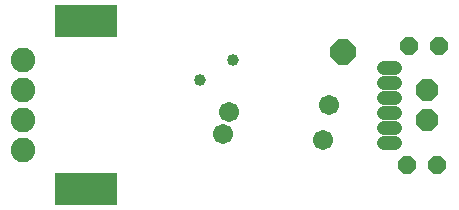
<source format=gbr>
G04 EAGLE Gerber RS-274X export*
G75*
%MOMM*%
%FSLAX34Y34*%
%LPD*%
%INSoldermask Top*%
%IPPOS*%
%AMOC8*
5,1,8,0,0,1.08239X$1,22.5*%
G01*
%ADD10C,1.211200*%
%ADD11R,5.283200X2.743200*%
%ADD12P,2.034460X8X112.500000*%
%ADD13C,2.082800*%
%ADD14P,1.649562X8X22.500000*%
%ADD15P,2.309387X8X292.500000*%
%ADD16C,1.703200*%
%ADD17C,1.009600*%


D10*
X323060Y52450D02*
X333140Y52450D01*
X333140Y65150D02*
X323060Y65150D01*
X323060Y77850D02*
X333140Y77850D01*
X333140Y90550D02*
X323060Y90550D01*
X323060Y103250D02*
X333140Y103250D01*
X333140Y115950D02*
X323060Y115950D01*
D11*
X71000Y14000D03*
X71000Y156000D03*
D12*
X360000Y72300D03*
X360000Y97700D03*
D13*
X18000Y123000D03*
X18000Y97600D03*
X18000Y72200D03*
X18000Y46800D03*
D14*
X344300Y135000D03*
X369700Y135000D03*
X343300Y34000D03*
X368700Y34000D03*
D15*
X289000Y130000D03*
D16*
X272000Y55150D03*
X187000Y60000D03*
X277000Y85000D03*
X192000Y79000D03*
D17*
X168000Y106000D03*
X196000Y123000D03*
M02*

</source>
